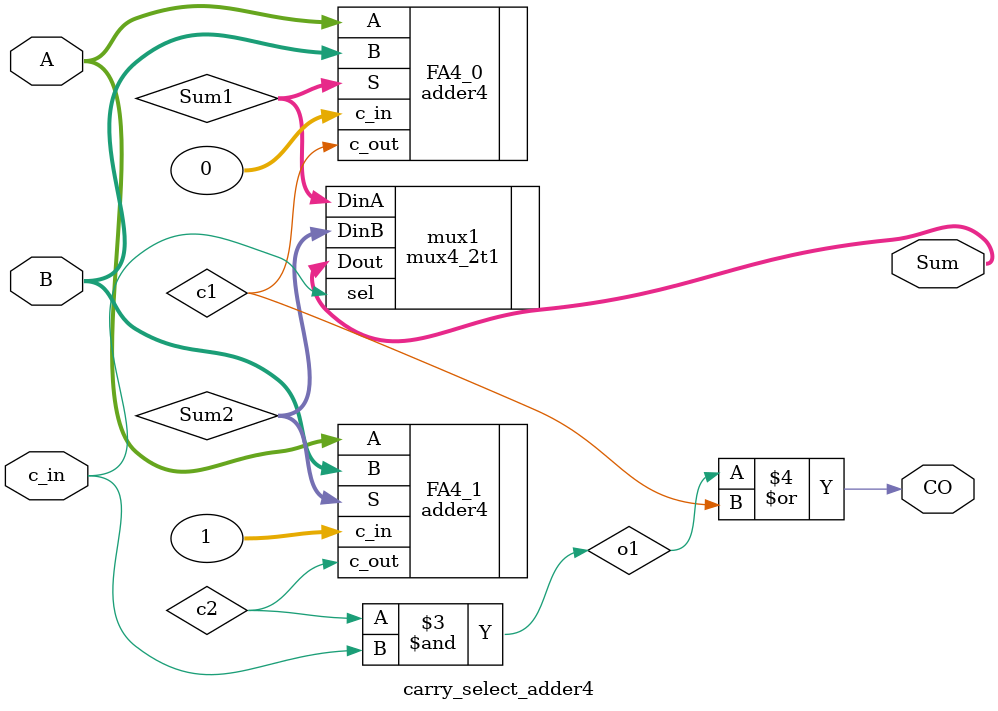
<source format=sv>
module carry_select_adder4
(
	input		logic[3:0]		A,
	input		logic[3:0]		B,
	input		logic				c_in,
	output	logic[3:0]		Sum,
	output	logic				CO
);

	wire c1, c2, o1;
	logic[3:0] Sum1, Sum2;
	
	adder4 FA4_0 (.A (A[3:0]), .B (B[3:0]), .c_in (0), .S (Sum1[3:0]), .c_out (c1));
	adder4 FA4_1 (.A (A[3:0]), .B (B[3:0]), .c_in (1), .S (Sum2[3:0]), .c_out (c2));
	mux4_2t1 mux1 (.DinA (Sum1[3:0]), .DinB (Sum2[3:0]), .sel (c_in), .Dout (Sum[3:0]));
	assign o1 = c2&c_in;
	assign CO = o1|c1;
	
endmodule
</source>
